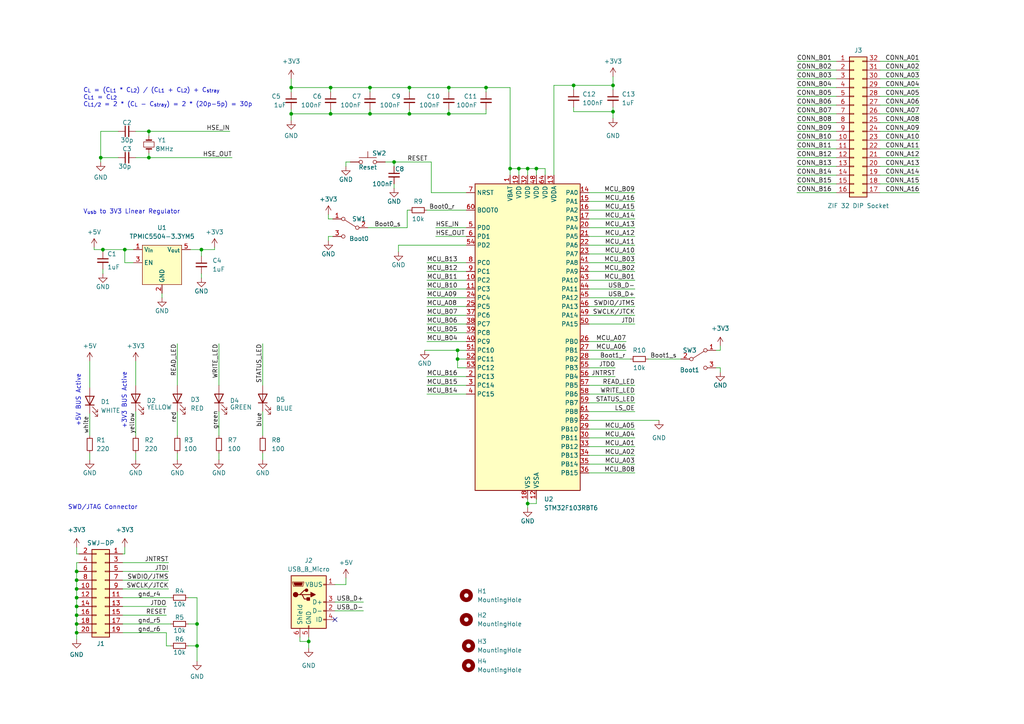
<source format=kicad_sch>
(kicad_sch (version 20230121) (generator eeschema)
  (paper "A4")
  (junction (at 342.9 20.32))
  (junction (at 22.225 168.275))
  (junction (at 132.715 101.6))
  (junction (at 153.035 146.05))
  (junction (at 118.745 25.4))
  (junction (at 147.955 48.895))
  (junction (at 22.225 178.435))
  (junction (at 107.315 33.02))
  (junction (at 43.18 45.72))
  (junction (at 95.885 33.02))
  (junction (at 89.535 186.055))
  (junction (at 440.69 22.225))
  (junction (at 132.715 104.14))
  (junction (at 446.405 90.17))
  (junction (at 342.9 89.535))
  (junction (at 445.77 22.225))
  (junction (at 22.225 175.895))
  (junction (at 118.745 33.02))
  (junction (at 57.15 187.325))
  (junction (at 177.8 32.385))
  (junction (at 114.3 46.99))
  (junction (at 441.325 90.17))
  (junction (at 107.315 25.4))
  (junction (at 22.225 183.515))
  (junction (at 29.21 45.72))
  (junction (at 58.42 72.39))
  (junction (at 36.195 72.39))
  (junction (at 130.175 25.4))
  (junction (at 57.15 180.975))
  (junction (at 155.575 48.895))
  (junction (at 337.82 89.535))
  (junction (at 140.97 25.4))
  (junction (at 150.495 48.895))
  (junction (at 43.18 38.1))
  (junction (at 166.37 24.765))
  (junction (at 22.225 170.815))
  (junction (at 22.225 173.355))
  (junction (at 177.8 24.765))
  (junction (at 84.455 33.02))
  (junction (at 95.885 25.4))
  (junction (at 22.225 165.735))
  (junction (at 153.035 48.895))
  (junction (at 337.82 20.32))
  (junction (at 29.845 72.39))
  (junction (at 84.455 25.4))
  (junction (at 22.225 180.975))
  (junction (at 130.175 33.02))
  (no_connect (at 97.155 179.705))
  (wire (pts (xy 231.14 53.34) (xy 242.57 53.34)))
  (wire (pts (xy 22.225 180.975) (xy 22.86 180.975)))
  (wire (pts (xy 22.225 180.975) (xy 22.225 178.435)))
  (wire (pts (xy 453.39 22.86) (xy 453.39 22.225)))
  (wire (pts (xy 266.7 38.1) (xy 255.27 38.1)))
  (wire (pts (xy 464.185 45.085) (xy 453.39 45.085)))
  (wire (pts (xy 84.455 33.02) (xy 95.885 33.02)))
  (wire (pts (xy 140.97 33.02) (xy 130.175 33.02)))
  (wire (pts (xy 177.8 32.385) (xy 177.8 34.29)))
  (wire (pts (xy 153.035 144.78) (xy 153.035 146.05)))
  (wire (pts (xy 22.225 183.515) (xy 22.86 183.515)))
  (wire (pts (xy 35.56 160.655) (xy 36.195 160.655)))
  (wire (pts (xy 35.56 175.895) (xy 48.26 175.895)))
  (wire (pts (xy 320.675 38.1) (xy 330.2 38.1)))
  (wire (pts (xy 22.225 173.355) (xy 22.86 173.355)))
  (wire (pts (xy 231.14 20.32) (xy 242.57 20.32)))
  (wire (pts (xy 266.7 22.86) (xy 255.27 22.86)))
  (wire (pts (xy 443.23 66.675) (xy 443.23 65.405)))
  (wire (pts (xy 35.56 178.435) (xy 48.26 178.435)))
  (wire (pts (xy 29.21 45.72) (xy 34.29 45.72)))
  (wire (pts (xy 118.745 33.02) (xy 130.175 33.02)))
  (wire (pts (xy 363.22 122.555) (xy 350.52 122.555)))
  (wire (pts (xy 340.36 64.77) (xy 340.36 63.5)))
  (wire (pts (xy 29.21 38.1) (xy 29.21 45.72)))
  (wire (pts (xy 364.49 48.26) (xy 350.52 48.26)))
  (wire (pts (xy 107.315 25.4) (xy 95.885 25.4)))
  (wire (pts (xy 123.825 91.44) (xy 135.255 91.44)))
  (wire (pts (xy 123.825 88.9) (xy 135.255 88.9)))
  (wire (pts (xy 22.225 175.895) (xy 22.225 173.355)))
  (wire (pts (xy 320.675 120.015) (xy 330.2 120.015)))
  (wire (pts (xy 63.5 133.35) (xy 63.5 131.445)))
  (wire (pts (xy 184.15 124.46) (xy 170.815 124.46)))
  (wire (pts (xy 423.545 37.465) (xy 433.07 37.465)))
  (wire (pts (xy 433.705 90.17) (xy 441.325 90.17)))
  (wire (pts (xy 135.255 101.6) (xy 132.715 101.6)))
  (wire (pts (xy 27.305 71.755) (xy 27.305 72.39)))
  (wire (pts (xy 453.39 22.225) (xy 445.77 22.225)))
  (wire (pts (xy 166.37 24.765) (xy 177.8 24.765)))
  (wire (pts (xy 48.26 187.325) (xy 48.26 183.515)))
  (wire (pts (xy 130.175 25.4) (xy 118.745 25.4)))
  (wire (pts (xy 26.035 120.015) (xy 26.035 126.365)))
  (wire (pts (xy 123.825 81.28) (xy 135.255 81.28)))
  (wire (pts (xy 340.36 133.985) (xy 340.36 132.715)))
  (wire (pts (xy 22.225 183.515) (xy 22.225 180.975)))
  (wire (pts (xy 123.825 83.82) (xy 135.255 83.82)))
  (wire (pts (xy 29.21 46.99) (xy 29.21 45.72)))
  (wire (pts (xy 465.455 123.19) (xy 454.025 123.19)))
  (wire (pts (xy 177.8 22.225) (xy 177.8 24.765)))
  (wire (pts (xy 424.18 118.11) (xy 433.705 118.11)))
  (wire (pts (xy 43.18 38.1) (xy 39.37 38.1)))
  (wire (pts (xy 57.15 173.355) (xy 57.15 180.975)))
  (wire (pts (xy 84.455 25.4) (xy 84.455 26.67)))
  (wire (pts (xy 363.22 107.315) (xy 350.52 107.315)))
  (wire (pts (xy 111.76 46.99) (xy 114.3 46.99)))
  (wire (pts (xy 364.49 53.34) (xy 350.52 53.34)))
  (wire (pts (xy 153.035 50.8) (xy 153.035 48.895)))
  (wire (pts (xy 422.91 45.085) (xy 433.07 45.085)))
  (wire (pts (xy 266.7 20.32) (xy 255.27 20.32)))
  (wire (pts (xy 125.095 55.88) (xy 135.255 55.88)))
  (wire (pts (xy 170.815 114.3) (xy 184.15 114.3)))
  (wire (pts (xy 123.825 109.22) (xy 135.255 109.22)))
  (wire (pts (xy 191.135 121.92) (xy 170.815 121.92)))
  (wire (pts (xy 22.225 165.735) (xy 22.225 163.195)))
  (wire (pts (xy 153.035 146.05) (xy 153.035 147.32)))
  (wire (pts (xy 330.2 90.17) (xy 330.2 89.535)))
  (wire (pts (xy 464.185 52.705) (xy 453.39 52.705)))
  (wire (pts (xy 207.645 101.6) (xy 208.915 101.6)))
  (wire (pts (xy 155.575 146.05) (xy 153.035 146.05)))
  (wire (pts (xy 184.15 68.58) (xy 170.815 68.58)))
  (wire (pts (xy 184.15 71.12) (xy 170.815 71.12)))
  (wire (pts (xy 22.225 160.655) (xy 22.225 158.75)))
  (wire (pts (xy 424.18 125.73) (xy 433.705 125.73)))
  (wire (pts (xy 106.68 66.04) (xy 118.11 66.04)))
  (wire (pts (xy 123.825 93.98) (xy 135.255 93.98)))
  (wire (pts (xy 118.745 60.96) (xy 118.11 60.96)))
  (wire (pts (xy 58.42 72.39) (xy 58.42 74.295)))
  (wire (pts (xy 55.245 72.39) (xy 58.42 72.39)))
  (wire (pts (xy 424.18 123.19) (xy 433.705 123.19)))
  (wire (pts (xy 96.52 63.5) (xy 95.25 63.5)))
  (wire (pts (xy 231.14 48.26) (xy 242.57 48.26)))
  (wire (pts (xy 231.14 17.78) (xy 242.57 17.78)))
  (wire (pts (xy 35.56 170.815) (xy 48.895 170.815)))
  (wire (pts (xy 84.455 22.86) (xy 84.455 25.4)))
  (wire (pts (xy 266.7 40.64) (xy 255.27 40.64)))
  (wire (pts (xy 26.035 133.35) (xy 26.035 131.445)))
  (wire (pts (xy 100.33 46.99) (xy 100.33 48.26)))
  (wire (pts (xy 170.815 111.76) (xy 184.15 111.76)))
  (wire (pts (xy 465.455 115.57) (xy 454.025 115.57)))
  (wire (pts (xy 422.91 55.245) (xy 433.07 55.245)))
  (wire (pts (xy 76.2 119.38) (xy 76.2 126.365)))
  (wire (pts (xy 266.7 53.34) (xy 255.27 53.34)))
  (wire (pts (xy 160.655 24.765) (xy 166.37 24.765)))
  (wire (pts (xy 266.7 27.94) (xy 255.27 27.94)))
  (wire (pts (xy 43.18 45.72) (xy 67.31 45.72)))
  (wire (pts (xy 123.825 86.36) (xy 135.255 86.36)))
  (wire (pts (xy 207.645 106.68) (xy 208.915 106.68)))
  (wire (pts (xy 320.675 117.475) (xy 330.2 117.475)))
  (wire (pts (xy 135.255 106.68) (xy 132.715 106.68)))
  (wire (pts (xy 184.15 91.44) (xy 170.815 91.44)))
  (wire (pts (xy 97.155 174.625) (xy 105.41 174.625)))
  (wire (pts (xy 424.18 113.03) (xy 433.705 113.03)))
  (wire (pts (xy 454.025 90.805) (xy 454.025 90.17)))
  (wire (pts (xy 465.455 107.95) (xy 454.025 107.95)))
  (wire (pts (xy 170.815 86.36) (xy 184.15 86.36)))
  (wire (pts (xy 118.745 25.4) (xy 107.315 25.4)))
  (wire (pts (xy 63.5 119.38) (xy 63.5 126.365)))
  (wire (pts (xy 101.6 46.99) (xy 100.33 46.99)))
  (wire (pts (xy 363.22 114.935) (xy 350.52 114.935)))
  (wire (pts (xy 364.49 45.72) (xy 350.52 45.72)))
  (wire (pts (xy 184.15 55.88) (xy 170.815 55.88)))
  (wire (pts (xy 166.37 31.115) (xy 166.37 32.385)))
  (wire (pts (xy 422.91 42.545) (xy 433.07 42.545)))
  (wire (pts (xy 363.22 120.015) (xy 350.52 120.015)))
  (wire (pts (xy 130.175 33.02) (xy 130.175 31.75)))
  (wire (pts (xy 76.2 133.35) (xy 76.2 131.445)))
  (wire (pts (xy 330.2 20.32) (xy 337.82 20.32)))
  (wire (pts (xy 95.885 25.4) (xy 95.885 26.67)))
  (wire (pts (xy 38.735 72.39) (xy 36.195 72.39)))
  (wire (pts (xy 166.37 32.385) (xy 177.8 32.385)))
  (wire (pts (xy 123.825 60.96) (xy 135.255 60.96)))
  (wire (pts (xy 62.23 72.39) (xy 58.42 72.39)))
  (wire (pts (xy 184.15 137.16) (xy 170.815 137.16)))
  (wire (pts (xy 123.19 101.6) (xy 132.715 101.6)))
  (wire (pts (xy 422.91 50.165) (xy 433.07 50.165)))
  (wire (pts (xy 231.14 27.94) (xy 242.57 27.94)))
  (wire (pts (xy 464.185 57.785) (xy 453.39 57.785)))
  (wire (pts (xy 170.815 83.82) (xy 184.15 83.82)))
  (wire (pts (xy 97.155 177.165) (xy 105.41 177.165)))
  (wire (pts (xy 231.14 40.64) (xy 242.57 40.64)))
  (wire (pts (xy 184.15 76.2) (xy 170.815 76.2)))
  (wire (pts (xy 231.14 30.48) (xy 242.57 30.48)))
  (wire (pts (xy 231.14 55.88) (xy 242.57 55.88)))
  (wire (pts (xy 320.675 104.775) (xy 330.2 104.775)))
  (wire (pts (xy 51.435 119.38) (xy 51.435 126.365)))
  (wire (pts (xy 363.22 109.855) (xy 350.52 109.855)))
  (wire (pts (xy 114.3 54.61) (xy 114.3 53.34)))
  (wire (pts (xy 181.61 101.6) (xy 170.815 101.6)))
  (wire (pts (xy 54.61 173.355) (xy 57.15 173.355)))
  (wire (pts (xy 464.185 47.625) (xy 453.39 47.625)))
  (wire (pts (xy 181.61 99.06) (xy 170.815 99.06)))
  (wire (pts (xy 184.15 129.54) (xy 170.815 129.54)))
  (wire (pts (xy 96.52 68.58) (xy 95.25 68.58)))
  (wire (pts (xy 320.675 125.095) (xy 330.2 125.095)))
  (wire (pts (xy 86.995 184.785) (xy 86.995 186.055)))
  (wire (pts (xy 337.82 19.685) (xy 337.82 20.32)))
  (wire (pts (xy 22.225 170.815) (xy 22.86 170.815)))
  (wire (pts (xy 49.53 180.975) (xy 35.56 180.975)))
  (wire (pts (xy 95.885 31.75) (xy 95.885 33.02)))
  (wire (pts (xy 125.095 46.99) (xy 125.095 55.88)))
  (wire (pts (xy 320.675 43.18) (xy 330.2 43.18)))
  (wire (pts (xy 320.675 107.315) (xy 330.2 107.315)))
  (wire (pts (xy 123.825 114.3) (xy 135.255 114.3)))
  (wire (pts (xy 350.52 89.535) (xy 342.9 89.535)))
  (wire (pts (xy 266.7 45.72) (xy 255.27 45.72)))
  (wire (pts (xy 320.675 40.64) (xy 330.2 40.64)))
  (wire (pts (xy 147.955 48.895) (xy 147.955 50.8)))
  (wire (pts (xy 130.175 26.67) (xy 130.175 25.4)))
  (wire (pts (xy 433.705 90.805) (xy 433.705 90.17)))
  (wire (pts (xy 464.185 40.005) (xy 453.39 40.005)))
  (wire (pts (xy 445.77 20.955) (xy 445.77 22.225)))
  (wire (pts (xy 364.49 38.1) (xy 350.52 38.1)))
  (wire (pts (xy 231.14 38.1) (xy 242.57 38.1)))
  (wire (pts (xy 170.815 116.84) (xy 184.15 116.84)))
  (wire (pts (xy 342.9 20.32) (xy 342.9 27.94)))
  (wire (pts (xy 22.225 178.435) (xy 22.86 178.435)))
  (wire (pts (xy 363.22 117.475) (xy 350.52 117.475)))
  (wire (pts (xy 422.91 52.705) (xy 433.07 52.705)))
  (wire (pts (xy 424.18 110.49) (xy 433.705 110.49)))
  (wire (pts (xy 123.825 111.76) (xy 135.255 111.76)))
  (wire (pts (xy 39.37 45.72) (xy 43.18 45.72)))
  (wire (pts (xy 184.15 58.42) (xy 170.815 58.42)))
  (wire (pts (xy 95.885 25.4) (xy 84.455 25.4)))
  (wire (pts (xy 54.61 187.325) (xy 57.15 187.325)))
  (wire (pts (xy 170.815 104.14) (xy 182.88 104.14)))
  (wire (pts (xy 441.325 90.17) (xy 441.325 97.79)))
  (wire (pts (xy 155.575 48.895) (xy 153.035 48.895)))
  (wire (pts (xy 51.435 99.695) (xy 51.435 111.76)))
  (wire (pts (xy 350.52 20.955) (xy 350.52 20.32)))
  (wire (pts (xy 266.7 33.02) (xy 255.27 33.02)))
  (wire (pts (xy 36.195 76.2) (xy 36.195 72.39)))
  (wire (pts (xy 178.435 106.68) (xy 170.815 106.68)))
  (wire (pts (xy 446.405 90.17) (xy 446.405 97.79)))
  (wire (pts (xy 63.5 99.695) (xy 63.5 111.76)))
  (wire (pts (xy 89.535 184.785) (xy 89.535 186.055)))
  (wire (pts (xy 424.18 120.65) (xy 433.705 120.65)))
  (wire (pts (xy 443.865 134.62) (xy 443.865 133.35)))
  (wire (pts (xy 39.37 133.35) (xy 39.37 131.445)))
  (wire (pts (xy 454.025 90.17) (xy 446.405 90.17)))
  (wire (pts (xy 330.2 20.955) (xy 330.2 20.32)))
  (wire (pts (xy 140.97 31.75) (xy 140.97 33.02)))
  (wire (pts (xy 320.675 114.935) (xy 330.2 114.935)))
  (wire (pts (xy 320.675 35.56) (xy 330.2 35.56)))
  (wire (pts (xy 95.25 68.58) (xy 95.25 69.85)))
  (wire (pts (xy 57.15 180.975) (xy 57.15 187.325)))
  (wire (pts (xy 342.9 88.265) (xy 342.9 89.535)))
  (wire (pts (xy 49.53 187.325) (xy 48.26 187.325)))
  (wire (pts (xy 178.435 109.22) (xy 170.815 109.22)))
  (wire (pts (xy 46.99 85.09) (xy 46.99 86.36)))
  (wire (pts (xy 465.455 113.03) (xy 454.025 113.03)))
  (wire (pts (xy 49.53 173.355) (xy 35.56 173.355)))
  (wire (pts (xy 266.7 35.56) (xy 255.27 35.56)))
  (wire (pts (xy 266.7 25.4) (xy 255.27 25.4)))
  (wire (pts (xy 43.18 38.1) (xy 66.675 38.1)))
  (wire (pts (xy 38.735 76.2) (xy 36.195 76.2)))
  (wire (pts (xy 266.7 55.88) (xy 255.27 55.88)))
  (wire (pts (xy 57.15 187.325) (xy 57.15 191.77)))
  (wire (pts (xy 184.15 134.62) (xy 170.815 134.62)))
  (wire (pts (xy 422.91 47.625) (xy 433.07 47.625)))
  (wire (pts (xy 39.37 119.38) (xy 39.37 126.365)))
  (wire (pts (xy 266.7 17.78) (xy 255.27 17.78)))
  (wire (pts (xy 123.825 96.52) (xy 135.255 96.52)))
  (wire (pts (xy 22.225 173.355) (xy 22.225 170.815)))
  (wire (pts (xy 424.18 107.95) (xy 433.705 107.95)))
  (wire (pts (xy 22.225 175.895) (xy 22.86 175.895)))
  (wire (pts (xy 86.995 186.055) (xy 89.535 186.055)))
  (wire (pts (xy 126.365 68.58) (xy 135.255 68.58)))
  (wire (pts (xy 364.49 50.8) (xy 350.52 50.8)))
  (wire (pts (xy 184.15 66.04) (xy 170.815 66.04)))
  (wire (pts (xy 54.61 180.975) (xy 57.15 180.975)))
  (wire (pts (xy 158.115 50.8) (xy 158.115 48.895)))
  (wire (pts (xy 118.745 25.4) (xy 118.745 26.67)))
  (wire (pts (xy 22.225 178.435) (xy 22.225 175.895)))
  (wire (pts (xy 422.91 40.005) (xy 433.07 40.005)))
  (wire (pts (xy 95.885 33.02) (xy 107.315 33.02)))
  (wire (pts (xy 231.14 35.56) (xy 242.57 35.56)))
  (wire (pts (xy 166.37 26.035) (xy 166.37 24.765)))
  (wire (pts (xy 446.405 88.9) (xy 446.405 90.17)))
  (wire (pts (xy 364.49 43.18) (xy 350.52 43.18)))
  (wire (pts (xy 184.15 93.98) (xy 170.815 93.98)))
  (wire (pts (xy 140.97 26.67) (xy 140.97 25.4)))
  (wire (pts (xy 123.825 78.74) (xy 135.255 78.74)))
  (wire (pts (xy 132.715 104.14) (xy 135.255 104.14)))
  (wire (pts (xy 97.155 169.545) (xy 100.33 169.545)))
  (wire (pts (xy 95.25 63.5) (xy 95.25 62.23)))
  (wire (pts (xy 115.57 71.12) (xy 135.255 71.12)))
  (wire (pts (xy 320.675 48.26) (xy 330.2 48.26)))
  (wire (pts (xy 445.77 22.225) (xy 445.77 29.845)))
  (wire (pts (xy 337.82 89.535) (xy 337.82 97.155)))
  (wire (pts (xy 34.29 38.1) (xy 29.21 38.1)))
  (wire (pts (xy 184.15 132.08) (xy 170.815 132.08)))
  (wire (pts (xy 22.86 160.655) (xy 22.225 160.655)))
  (wire (pts (xy 107.315 31.75) (xy 107.315 33.02)))
  (wire (pts (xy 231.14 22.86) (xy 242.57 22.86)))
  (wire (pts (xy 337.82 20.32) (xy 337.82 27.94)))
  (wire (pts (xy 27.305 72.39) (xy 29.845 72.39)))
  (wire (pts (xy 26.035 104.775) (xy 26.035 112.395)))
  (wire (pts (xy 465.455 120.65) (xy 454.025 120.65)))
  (wire (pts (xy 177.8 24.765) (xy 177.8 26.035)))
  (wire (pts (xy 433.07 22.225) (xy 440.69 22.225)))
  (wire (pts (xy 100.33 169.545) (xy 100.33 167.64)))
  (wire (pts (xy 22.225 170.815) (xy 22.225 168.275)))
  (wire (pts (xy 208.915 101.6) (xy 208.915 100.33)))
  (wire (pts (xy 140.97 25.4) (xy 130.175 25.4)))
  (wire (pts (xy 107.315 33.02) (xy 118.745 33.02)))
  (wire (pts (xy 123.825 76.2) (xy 135.255 76.2)))
  (wire (pts (xy 22.225 168.275) (xy 22.86 168.275)))
  (wire (pts (xy 465.455 118.11) (xy 454.025 118.11)))
  (wire (pts (xy 48.26 183.515) (xy 35.56 183.515)))
  (wire (pts (xy 118.11 60.96) (xy 118.11 66.04)))
  (wire (pts (xy 364.49 55.88) (xy 350.52 55.88)))
  (wire (pts (xy 342.9 89.535) (xy 342.9 97.155)))
  (wire (pts (xy 184.15 127) (xy 170.815 127)))
  (wire (pts (xy 170.815 119.38) (xy 184.15 119.38)))
  (wire (pts (xy 58.42 79.375) (xy 58.42 80.645)))
  (wire (pts (xy 320.675 45.72) (xy 330.2 45.72)))
  (wire (pts (xy 155.575 50.8) (xy 155.575 48.895)))
  (wire (pts (xy 231.14 25.4) (xy 242.57 25.4)))
  (wire (pts (xy 36.195 160.655) (xy 36.195 158.75)))
  (wire (pts (xy 51.435 133.35) (xy 51.435 131.445)))
  (wire (pts (xy 266.7 43.18) (xy 255.27 43.18)))
  (wire (pts (xy 123.825 99.06) (xy 135.255 99.06)))
  (wire (pts (xy 330.2 89.535) (xy 337.82 89.535)))
  (wire (pts (xy 22.225 185.42) (xy 22.225 183.515)))
  (wire (pts (xy 320.675 109.855) (xy 330.2 109.855)))
  (wire (pts (xy 464.185 50.165) (xy 453.39 50.165)))
  (wire (pts (xy 114.3 46.99) (xy 114.3 48.26)))
  (wire (pts (xy 424.18 115.57) (xy 433.705 115.57)))
  (wire (pts (xy 266.7 48.26) (xy 255.27 48.26)))
  (wire (pts (xy 231.14 50.8) (xy 242.57 50.8)))
  (wire (pts (xy 320.675 53.34) (xy 330.2 53.34)))
  (wire (pts (xy 43.18 45.72) (xy 43.18 44.45)))
  (wire (pts (xy 441.325 89.535) (xy 441.325 90.17)))
  (wire (pts (xy 231.14 45.72) (xy 242.57 45.72)))
  (wire (pts (xy 464.185 55.245) (xy 453.39 55.245)))
  (wire (pts (xy 22.225 168.275) (xy 22.225 165.735)))
  (wire (pts (xy 364.49 40.64) (xy 350.52 40.64)))
  (wire (pts (xy 177.8 32.385) (xy 177.8 31.115)))
  (wire (pts (xy 433.07 22.86) (xy 433.07 22.225)))
  (wire (pts (xy 363.22 112.395) (xy 350.52 112.395)))
  (wire (pts (xy 39.37 104.775) (xy 39.37 111.76)))
  (wire (pts (xy 231.14 33.02) (xy 242.57 33.02)))
  (wire (pts (xy 184.15 63.5) (xy 170.815 63.5)))
  (wire (pts (xy 320.675 112.395) (xy 330.2 112.395)))
  (wire (pts (xy 184.15 81.28) (xy 170.815 81.28)))
  (wire (pts (xy 465.455 125.73) (xy 454.025 125.73)))
  (wire (pts (xy 422.91 57.785) (xy 433.07 57.785)))
  (wire (pts (xy 150.495 50.8) (xy 150.495 48.895)))
  (wire (pts (xy 320.675 55.88) (xy 330.2 55.88)))
  (wire (pts (xy 35.56 163.195) (xy 48.895 163.195)))
  (wire (pts (xy 266.7 50.8) (xy 255.27 50.8)))
  (wire (pts (xy 464.185 42.545) (xy 453.39 42.545)))
  (wire (pts (xy 155.575 144.78) (xy 155.575 146.05)))
  (wire (pts (xy 440.69 21.59) (xy 440.69 22.225)))
  (wire (pts (xy 158.115 48.895) (xy 155.575 48.895)))
  (wire (pts (xy 187.96 104.14) (xy 197.485 104.14)))
  (wire (pts (xy 160.655 50.8) (xy 160.655 24.765)))
  (wire (pts (xy 89.535 186.055) (xy 89.535 187.96)))
  (wire (pts (xy 184.15 88.9) (xy 170.815 88.9)))
  (wire (pts (xy 35.56 168.275) (xy 48.895 168.275)))
  (wire (pts (xy 350.52 20.32) (xy 342.9 20.32)))
  (wire (pts (xy 184.15 73.66) (xy 170.815 73.66)))
  (wire (pts (xy 424.18 105.41) (xy 433.705 105.41)))
  (wire (pts (xy 107.315 25.4) (xy 107.315 26.67)))
  (wire (pts (xy 22.225 163.195) (xy 22.86 163.195)))
  (wire (pts (xy 126.365 66.04) (xy 135.255 66.04)))
  (wire (pts (xy 231.14 43.18) (xy 242.57 43.18)))
  (wire (pts (xy 465.455 110.49) (xy 454.025 110.49)))
  (wire (pts (xy 22.225 165.735) (xy 22.86 165.735)))
  (wire (pts (xy 76.2 99.695) (xy 76.2 111.76)))
  (wire (pts (xy 208.915 106.68) (xy 208.915 107.95)))
  (wire (pts (xy 320.675 122.555) (xy 330.2 122.555)))
  (wire (pts (xy 36.195 72.39) (xy 29.845 72.39)))
  (wire (pts (xy 29.845 72.39) (xy 29.845 73.025)))
  (wire (pts (xy 440.69 22.225) (xy 440.69 29.845)))
  (wire (pts (xy 118.745 31.75) (xy 118.745 33.02)))
  (wire (pts (xy 115.57 73.025) (xy 115.57 71.12)))
  (wire (pts (xy 150.495 48.895) (xy 147.955 48.895)))
  (wire (pts (xy 147.955 25.4) (xy 140.97 25.4)))
  (wire (pts (xy 337.82 88.9) (xy 337.82 89.535)))
  (wire (pts (xy 132.715 101.6) (xy 132.715 104.14)))
  (wire (pts (xy 132.715 104.14) (xy 132.715 106.68)))
  (wire (pts (xy 84.455 33.02) (xy 84.455 34.925)))
  (wire (pts (xy 342.9 19.05) (xy 342.9 20.32)))
  (wire (pts (xy 147.955 48.895) (xy 147.955 25.4)))
  (wire (pts (xy 350.52 90.17) (xy 350.52 89.535)))
  (wire (pts (xy 43.18 39.37) (xy 43.18 38.1)))
  (wire (pts (xy 153.035 48.895) (xy 150.495 48.895)))
  (wire (pts (xy 84.455 31.75) (xy 84.455 33.02)))
  (wire (pts (xy 184.15 60.96) (xy 170.815 60.96)))
  (wire (pts (xy 363.22 125.095) (xy 350.52 125.095)))
  (wire (pts (xy 62.23 71.755) (xy 62.23 72.39)))
  (wire (pts (xy 184.15 78.74) (xy 170.815 78.74)))
  (wire (pts (xy 320.675 50.8) (xy 330.2 50.8)))
  (wire (pts (xy 29.845 78.105) (xy 29.845 79.375)))
  (wire (pts (xy 35.56 165.735) (xy 48.895 165.735)))
  (wire (pts (xy 266.7 30.48) (xy 255.27 30.48)))
  (wire (pts (xy 114.3 46.99) (xy 125.095 46.99)))
  (text "V_{usb} to 3V3 Linear Regulator" (at 24.13 62.23 0) (effects (font (size 1.27 1.27)) (justify left bottom)))
  (text "+5V BUS Active" (at 23.495 123.825 90) (effects (font (size 1.27 1.27)) (justify left bottom)))
  (text "C_{L} = (C_{L1} * C_{L2}) / (C_{L1} + C_{L2}) + C_{stray}\nC_{L1} = C_{L2}\nC_{L1/2} = 2 * (C_{L} - C_{stray}) = 2 * (20p-5p) = 30p" (at 24.13 31.115 0) (effects (font (size 1.27 1.27)) (justify left bottom)))
  (text "+3V3 BUS Active" (at 36.83 124.46 90) (effects (font (size 1.27 1.27)) (justify left bottom)))
  (text "SWD/JTAG Connector" (at 19.685 147.955 0) (effects (font (size 1.27 1.27)) (justify left bottom)))
  (label "MCU_B09" (at 184.15 55.88 180))
  (label "CONN_A13" (at 266.7 48.26 180))
  (label "CONN_B06" (at 231.14 30.48 0))
  (label "CONN_B08" (at 231.14 35.56 0))
  (label "MCU_B14" (at 123.825 114.3 0))
  (label "CONN_B04" (at 231.14 25.4 0))
  (label "yellow" (at 39.37 125.73 90))
  (label "CONN_B04" (at 364.49 45.72 180))
  (label "MCU_A07" (at 320.675 53.34 0))
  (label "USB_D+" (at 105.41 174.625 180))
  (label "MCU_B16" (at 123.825 109.22 0))
  (label "STATUS_LED" (at 184.15 116.84 180))
  (label "RESET" (at 118.11 46.99 0))
  (label "MCU_B03" (at 184.15 76.2 180))
  (label "MCU_B02" (at 422.91 42.545 0))
  (label "MCU_B03" (at 422.91 45.085 0))
  (label "CONN_A02" (at 464.185 42.545 180))
  (label "MCU_B11" (at 424.18 113.03 0))
  (label "MCU_A16" (at 320.675 125.095 0))
  (label "MCU_A03" (at 320.675 43.18 0))
  (label "CONN_B02" (at 231.14 20.32 0))
  (label "CONN_A04" (at 464.185 47.625 180))
  (label "MCU_B10" (at 424.18 110.49 0))
  (label "CONN_A15" (at 266.7 53.34 180))
  (label "MCU_B09" (at 424.18 107.95 0))
  (label "MCU_A02" (at 320.675 40.64 0))
  (label "MCU_A16" (at 184.15 58.42 180))
  (label "MCU_A11" (at 184.15 71.12 180))
  (label "CONN_B01" (at 364.49 38.1 180))
  (label "MCU_B14" (at 424.18 120.65 0))
  (label "CONN_A07" (at 464.185 55.245 180))
  (label "CONN_A14" (at 266.7 50.8 180))
  (label "CONN_A08" (at 266.7 35.56 180))
  (label "red" (at 51.435 122.555 90))
  (label "READ_LED" (at 184.15 111.76 180))
  (label "SWDIO{slash}JTMS" (at 184.15 88.9 180))
  (label "USB_D+" (at 184.15 86.36 180))
  (label "CONN_A05" (at 266.7 27.94 180))
  (label "MCU_A04" (at 320.675 45.72 0))
  (label "MCU_A04" (at 184.15 127 180))
  (label "SWCLK{slash}JTCK" (at 48.895 170.815 180))
  (label "MCU_B12" (at 123.825 78.74 0))
  (label "CONN_B07" (at 231.14 33.02 0))
  (label "MCU_A12" (at 184.15 68.58 180))
  (label "CONN_B05" (at 364.49 48.26 180))
  (label "MCU_A05" (at 184.15 124.46 180))
  (label "Boot1_s" (at 188.595 104.14 0))
  (label "MCU_A15" (at 320.675 122.555 0))
  (label "MCU_B16" (at 424.18 125.73 0))
  (label "CONN_B16" (at 231.14 55.88 0))
  (label "CONN_B13" (at 363.22 117.475 180))
  (label "CONN_A09" (at 465.455 107.95 180))
  (label "CONN_A02" (at 266.7 20.32 180))
  (label "MCU_B07" (at 123.825 91.44 0))
  (label "MCU_A12" (at 320.675 114.935 0))
  (label "READ_LED" (at 51.435 99.695 270))
  (label "MCU_B15" (at 424.18 123.19 0))
  (label "blue" (at 76.2 123.825 90))
  (label "MCU_A13" (at 184.15 66.04 180))
  (label "CONN_B05" (at 231.14 27.94 0))
  (label "CONN_A12" (at 465.455 115.57 180))
  (label "CONN_B14" (at 231.14 50.8 0))
  (label "MCU_A06" (at 320.675 50.8 0))
  (label "MCU_A01" (at 320.675 38.1 0))
  (label "CONN_A06" (at 266.7 30.48 180))
  (label "CONN_A16" (at 465.455 125.73 180))
  (label "MCU_B01" (at 184.15 81.28 180))
  (label "CONN_B03" (at 364.49 43.18 180))
  (label "MCU_A03" (at 184.15 134.62 180))
  (label "MCU_B07" (at 422.91 55.245 0))
  (label "HSE_IN" (at 126.365 66.04 0))
  (label "CONN_B08" (at 364.49 55.88 180))
  (label "MCU_A09" (at 123.825 86.36 0))
  (label "CONN_A03" (at 266.7 22.86 180))
  (label "HSE_IN" (at 66.675 38.1 180))
  (label "CONN_A16" (at 266.7 55.88 180))
  (label "RESET" (at 48.26 178.435 180))
  (label "MCU_B06" (at 123.825 93.98 0))
  (label "CONN_B11" (at 231.14 43.18 0))
  (label "CONN_A01" (at 464.185 40.005 180))
  (label "CONN_B15" (at 231.14 53.34 0))
  (label "CONN_B02" (at 364.49 40.64 180))
  (label "CONN_B14" (at 363.22 120.015 180))
  (label "CONN_A10" (at 465.455 110.49 180))
  (label "CONN_B01" (at 231.14 17.78 0))
  (label "HSE_OUT" (at 126.365 68.58 0))
  (label "Boot1_r" (at 173.99 104.14 0))
  (label "CONN_B11" (at 363.22 112.395 180))
  (label "MCU_A08" (at 320.675 55.88 0))
  (label "JTDI" (at 48.895 165.735 180))
  (label "CONN_A12" (at 266.7 45.72 180))
  (label "CONN_A04" (at 266.7 25.4 180))
  (label "LS_OE" (at 320.675 35.56 0))
  (label "MCU_B08" (at 422.91 57.785 0))
  (label "MCU_B13" (at 123.825 76.2 0))
  (label "WRITE_LED" (at 184.15 114.3 180))
  (label "JTDO" (at 48.26 175.895 180))
  (label "USB_D-" (at 105.41 177.165 180))
  (label "MCU_B15" (at 123.825 111.76 0))
  (label "WRITE_LED" (at 63.5 99.695 270))
  (label "MCU_A06" (at 181.61 101.6 180))
  (label "MCU_B08" (at 184.15 137.16 180))
  (label "gnd_r5" (at 40.005 180.975 0))
  (label "CONN_B10" (at 363.22 109.855 180))
  (label "CONN_A13" (at 465.455 118.11 180))
  (label "JTDI" (at 184.15 93.98 180))
  (label "MCU_B13" (at 424.18 118.11 0))
  (label "CONN_A03" (at 464.185 45.085 180))
  (label "MCU_B02" (at 184.15 78.74 180))
  (label "Boot0_s" (at 108.585 66.04 0))
  (label "CONN_B12" (at 363.22 114.935 180))
  (label "MCU_A02" (at 184.15 132.08 180))
  (label "MCU_B10" (at 123.825 83.82 0))
  (label "LS_OE" (at 184.15 119.38 180))
  (label "CONN_B16" (at 363.22 125.095 180))
  (label "CONN_A11" (at 465.455 113.03 180))
  (label "CONN_A14" (at 465.455 120.65 180))
  (label "MCU_A05" (at 320.675 48.26 0))
  (label "CONN_A15" (at 465.455 123.19 180))
  (label "CONN_A05" (at 464.185 50.165 180))
  (label "MCU_A14" (at 320.675 120.015 0))
  (label "STATUS_LED" (at 76.2 99.695 270))
  (label "MCU_B11" (at 123.825 81.28 0))
  (label "JNTRST" (at 178.435 109.22 180))
  (label "CONN_B09" (at 231.14 38.1 0))
  (label "CONN_B10" (at 231.14 40.64 0))
  (label "MCU_B01" (at 422.91 40.005 0))
  (label "MCU_A09" (at 320.675 107.315 0))
  (label "MCU_B12" (at 424.18 115.57 0))
  (label "gnd_r4" (at 40.005 173.355 0))
  (label "CONN_A10" (at 266.7 40.64 180))
  (label "CONN_B07" (at 364.49 53.34 180))
  (label "MCU_A13" (at 320.675 117.475 0))
  (label "JTDO" (at 178.435 106.68 180))
  (label "MCU_A15" (at 184.15 60.96 180))
  (label "SWCLK{slash}JTCK" (at 184.15 91.44 180))
  (label "CONN_A08" (at 464.185 57.785 180))
  (label "CONN_A06" (at 464.185 52.705 180))
  (label "MCU_A11" (at 320.675 112.395 0))
  (label "MCU_B05" (at 123.825 96.52 0))
  (label "HSE_OUT" (at 67.31 45.72 180))
  (label "CONN_B06" (at 364.49 50.8 180))
  (label "LS_OE" (at 423.545 37.465 0))
  (label "LS_OE" (at 424.18 105.41 0))
  (label "CONN_B12" (at 231.14 45.72 0))
  (label "JNTRST" (at 48.895 163.195 180))
  (label "CONN_B09" (at 363.22 107.315 180))
  (label "MCU_A01" (at 184.15 129.54 180))
  (label "Boot0_r" (at 124.46 60.96 0))
  (label "CONN_A07" (at 266.7 33.02 180))
  (label "MCU_A10" (at 320.675 109.855 0))
  (label "CONN_B15" (at 363.22 122.555 180))
  (label "CONN_B03" (at 231.14 22.86 0))
  (label "CONN_B13" (at 231.14 48.26 0))
  (label "CONN_A01" (at 266.7 17.78 180))
  (label "gnd_r6" (at 40.005 183.515 0))
  (label "USB_D-" (at 184.15 83.82 180))
  (label "MCU_A14" (at 184.15 63.5 180))
  (label "MCU_B06" (at 422.91 52.705 0))
  (label "LS_OE" (at 320.675 104.775 0))
  (label "MCU_B04" (at 422.91 47.625 0))
  (label "green" (at 63.5 124.46 90))
  (label "MCU_B05" (at 422.91 50.165 0))
  (label "MCU_A07" (at 181.61 99.06 180))
  (label "CONN_A09" (at 266.7 38.1 180))
  (label "MCU_A08" (at 123.825 88.9 0))
  (label "MCU_A10" (at 184.15 73.66 180))
  (label "white" (at 26.035 125.73 90))
  (label "SWDIO{slash}JTMS" (at 48.895 168.275 180))
  (label "MCU_B04" (at 123.825 99.06 0))
  (label "CONN_A11" (at 266.7 43.18 180))
  (symbol (lib_id "power:GND") (at 51.435 133.35 0) (unit 1)
    (property "Reference" "#PWR012" (effects hide))
    (property "Value" "GND" (at 51.435 137.16 0))
  )
  (symbol (lib_id "power:GND") (at 433.705 95.885 0) (unit 1)
    (property "Reference" "#PWR045" (effects hide))
    (property "Value" "GND" (at 433.705 99.695 0))
  )
  (symbol (lib_id "power:GND") (at 26.035 133.35 0) (unit 1)
    (property "Reference" "#PWR04" (effects hide))
    (property "Value" "GND" (at 26.035 137.16 0))
  )
  (symbol (lib_id "Switch:SW_Push") (at 106.68 46.99 0) (unit 1)
    (property "Reference" "SW2" (at 107.95 44.45 0) (effects (justify left)))
    (property "Value" "Reset" (at 106.68 48.514 0))
    (property "Footprint" "LibraryAndres:SW_SMD_1.8x1.35_4.15" (effects hide))
    (property "LCSC" "C720477" (effects hide))
  )
  (symbol (lib_id "Device:LED") (at 63.5 115.57 90) (unit 1)
    (property "Reference" "D4" (at 66.675 116.205 90) (effects (justify right)))
    (property "Value" "GREEN" (at 66.675 118.11 90) (effects (justify right)))
    (property "Footprint" "LED_SMD:LED_0805_2012Metric" (effects hide))
    (property "LCSC" "C2297" (effects hide))
  )
  (symbol (lib_id "Connector_Generic:Conn_02x16_Counter_Clockwise") (at 247.65 35.56 0) (unit 1)
    (property "Reference" "J3" (at 248.92 14.605 0))
    (property "Value" "ZIF 32 DIP Socket" (at 248.92 59.69 0))
    (property "Footprint" "Socket:DIP_Socket-32_W11.9_W12.7_W15.24_W17.78_W18.5_3M_232-1285-00-0602J" (effects hide))
    (property "Datasheet" "https://www.arieselec.com/wp-content/uploads/2020/02/10001-universal-dip-zif-test-socket.pdf" (effects hide))
  )
  (symbol (lib_id "Mechanical:MountingHole") (at 135.255 172.72 0) (unit 1)
    (property "Reference" "H1" (at 138.43 171.45 0) (effects (justify left)))
    (property "Value" "MountingHole" (at 138.43 173.99 0) (effects (justify left)))
    (property "Footprint" "MountingHole:MountingHole_3.2mm_M3_Pad_Via" (effects hide))
  )
  (symbol (lib_id "Device:R_Small") (at 121.285 60.96 90) (unit 1)
    (property "Reference" "R9" (at 121.285 58.42 90))
    (property "Value" "10k" (at 121.285 63.5 90))
    (property "Footprint" "Resistor_SMD:R_0603_1608Metric" (effects hide))
    (property "LCSC" "C190610" (effects hide))
  )
  (symbol (lib_id "Device:LED") (at 39.37 115.57 90) (unit 1)
    (property "Reference" "D2" (at 42.545 116.205 90) (effects (justify right)))
    (property "Value" "YELLOW" (at 42.545 118.11 90) (effects (justify right)))
    (property "Footprint" "LED_SMD:LED_0805_2012Metric" (effects hide))
    (property "LCSC" "C434434" (effects hide))
  )
  (symbol (lib_id "power:GND") (at 123.19 101.6 0) (unit 1)
    (property "Reference" "#PWR027" (effects hide))
    (property "Value" "GND" (at 123.19 105.41 0))
  )
  (symbol (lib_id "Device:R_Small") (at 51.435 128.905 0) (unit 1)
    (property "Reference" "R3" (at 53.34 127.635 0) (effects (justify left)))
    (property "Value" "100" (at 53.34 130.175 0) (effects (justify left)))
    (property "Footprint" "Resistor_SMD:R_0402_1005Metric" (effects hide))
    (property "LCSC" "C106233" (effects hide))
  )
  (symbol (lib_id "Device:C_Small") (at 454.025 93.345 0) (unit 1)
    (property "Reference" "C21" (at 456.565 92.0813 0) (effects (justify left)))
    (property "Value" "100nF" (at 456.565 94.6213 0) (effects (justify left)))
    (property "Footprint" "Capacitor_SMD:C_0402_1005Metric" (effects hide))
    (property "LCSC" "C71629" (effects hide))
  )
  (symbol (lib_id "Mechanical:MountingHole") (at 135.89 193.04 0) (unit 1)
    (property "Reference" "H4" (at 138.43 191.77 0) (effects (justify left)))
    (property "Value" "MountingHole" (at 138.43 194.31 0) (effects (justify left)))
    (property "Footprint" "MountingHole:MountingHole_3.2mm_M3_Pad_Via" (effects hide))
  )
  (symbol (lib_id "power:GND") (at 114.3 54.61 0) (unit 1)
    (property "Reference" "#PWR025" (effects hide))
    (property "Value" "GND" (at 114.3 58.42 0))
  )
  (symbol (lib_id "power:GND") (at 350.52 95.25 0) (unit 1)
    (property "Reference" "#PWR043" (effects hide))
    (property "Value" "GND" (at 350.52 99.06 0))
  )
  (symbol (lib_id "power:GND") (at 29.21 46.99 0) (unit 1)
    (property "Reference" "#PWR06" (effects hide))
    (property "Value" "GND" (at 29.21 51.435 0))
  )
  (symbol (lib_id "Device:C_Small") (at 166.37 28.575 0) (unit 1)
    (property "Reference" "C12" (at 168.91 27.3113 0) (effects (justify left)))
    (property "Value" "100nF" (at 168.91 29.8513 0) (effects (justify left)))
    (property "Footprint" "Capacitor_SMD:C_0402_1005Metric" (effects hide))
    (property "LCSC" "C71629" (effects hide))
  )
  (symbol (lib_id "power:GND") (at 350.52 26.035 0) (unit 1)
    (property "Reference" "#PWR042" (effects hide))
    (property "Value" "GND" (at 350.52 29.845 0))
  )
  (symbol (lib_id "power:+3V3") (at 95.25 62.23 0) (unit 1)
    (property "Reference" "#PWR021" (effects hide))
    (property "Value" "+3V3" (at 95.25 57.785 0))
  )
  (symbol (lib_id "Device:R_Small") (at 39.37 128.905 0) (unit 1)
    (property "Reference" "R2" (at 41.91 127.635 0) (effects (justify left)))
    (property "Value" "220" (at 41.91 130.175 0) (effects (justify left)))
    (property "Footprint" "Resistor_SMD:R_0402_1005Metric" (effects hide))
    (property "LCSC" "C102898" (effects hide))
  )
  (symbol (lib_id "Connector_Generic:Conn_02x10_Odd_Even") (at 30.48 170.815 0) (mirror y) (unit 1)
    (property "Reference" "J1" (at 29.21 186.69 0))
    (property "Value" "SWJ-DP" (at 29.21 157.48 0))
    (property "Footprint" "Connector_PinHeader_2.54mm:PinHeader_2x10_P2.54mm_Vertical" (effects hide))
    (property "LCSC" "C3405" (effects hide))
  )
  (symbol (lib_id "Device:LED") (at 26.035 116.205 90) (unit 1)
    (property "Reference" "D1" (at 29.21 116.5225 90) (effects (justify right)))
    (property "Value" "WHITE" (at 29.21 119.0625 90) (effects (justify right)))
    (property "Footprint" "LED_SMD:LED_0805_2012Metric" (effects hide))
    (property "LCSC" "C34499" (effects hide))
  )
  (symbol (lib_id "power:+3V3") (at 441.325 89.535 0) (unit 1)
    (property "Reference" "#PWR047" (effects hide))
    (property "Value" "+3V3" (at 441.325 84.455 0))
  )
  (symbol (lib_id "Device:C_Small") (at 177.8 28.575 0) (unit 1)
    (property "Reference" "C13" (at 180.34 27.3113 0) (effects (justify left)))
    (property "Value" "1uF" (at 180.34 29.8513 0) (effects (justify left)))
    (property "Footprint" "Capacitor_SMD:C_0603_1608Metric" (effects hide))
    (property "LCSC" "C93816" (effects hide))
  )
  (symbol (lib_id "power:GND") (at 443.23 66.675 0) (unit 1)
    (property "Reference" "#PWR048" (effects hide))
    (property "Value" "GND" (at 443.23 70.485 0))
  )
  (symbol (lib_id "power:GND") (at 115.57 73.025 0) (unit 1)
    (property "Reference" "#PWR026" (effects hide))
    (property "Value" "GND" (at 115.57 76.835 0))
  )
  (symbol (lib_id "power:+3V3") (at 36.195 158.75 0) (unit 1)
    (property "Reference" "#PWR08" (effects hide))
    (property "Value" "+3V3" (at 36.195 153.67 0))
  )
  (symbol (lib_id "Device:C_Small") (at 84.455 29.21 0) (mirror y) (unit 1)
    (property "Reference" "C5" (at 78.74 27.94 0) (effects (justify right)))
    (property "Value" "1uF" (at 79.375 30.48 0) (effects (justify right)))
    (property "Footprint" "Capacitor_SMD:C_0603_1608Metric" (effects hide))
    (property "LCSC" "C93816" (effects hide))
  )
  (symbol (lib_id "Device:C_Small") (at 58.42 76.835 0) (unit 1)
    (property "Reference" "C4" (at 61.595 75.5713 0) (effects (justify left)))
    (property "Value" "1uF" (at 61.595 78.1113 0) (effects (justify left)))
    (property "Footprint" "Capacitor_SMD:C_0603_1608Metric" (effects hide))
    (property "LCSC" "C93816" (effects hide))
  )
  (symbol (lib_id "power:+3V3") (at 337.82 88.9 0) (unit 1)
    (property "Reference" "#PWR037" (effects hide))
    (property "Value" "+3V3" (at 337.82 83.82 0))
  )
  (symbol (lib_id "power:GND") (at 330.2 95.25 0) (unit 1)
    (property "Reference" "#PWR035" (effects hide))
    (property "Value" "GND" (at 330.2 99.06 0))
  )
  (symbol (lib_id "Device:C_Small") (at 140.97 29.21 0) (mirror y) (unit 1)
    (property "Reference" "C11" (at 138.43 27.9463 0) (effects (justify left)))
    (property "Value" "100nF" (at 138.43 30.4863 0) (effects (justify left)))
    (property "Footprint" "Capacitor_SMD:C_0402_1005Metric" (effects hide))
    (property "LCSC" "C71629" (effects hide))
  )
  (symbol (lib_id "power:GND") (at 191.135 121.92 0) (unit 1)
    (property "Reference" "#PWR031" (effects hide))
    (property "Value" "GND" (at 191.135 127 0))
  )
  (symbol (lib_id "power:GND") (at 453.39 27.94 0) (unit 1)
    (property "Reference" "#PWR052" (effects hide))
    (property "Value" "GND" (at 453.39 31.75 0))
  )
  (symbol (lib_id "Device:C_Small") (at 29.845 75.565 0) (unit 1)
    (property "Reference" "C1" (at 31.115 73.66 0) (effects (justify left)))
    (property "Value" "1uF" (at 31.115 77.47 0) (effects (justify left)))
    (property "Footprint" "Capacitor_SMD:C_0603_1608Metric" (effects hide))
    (property "LCSC" "C93816" (effects hide))
  )
  (symbol (lib_id "power:+3V3") (at 84.455 22.86 0) (unit 1)
    (property "Reference" "#PWR018" (effects hide))
    (property "Value" "+3V3" (at 84.455 17.78 0))
  )
  (symbol (lib_id "Device:C_Small") (at 114.3 50.8 0) (unit 1)
    (property "Reference" "C8" (at 114.554 49.022 0) (effects (justify left)))
    (property "Value" "100nF" (at 107.95 53.34 0) (effects (justify left)))
    (property "Footprint" "Capacitor_SMD:C_0402_1005Metric" (effects hide))
    (property "LCSC" "C71629" (effects hide))
  )
  (symbol (lib_id "Device:C_Small") (at 107.315 29.21 0) (mirror y) (unit 1)
    (property "Reference" "C7" (at 104.775 27.9463 0) (effects (justify left)))
    (property "Value" "100nF" (at 104.775 30.4863 0) (effects (justify left)))
    (property "Footprint" "Capacitor_SMD:C_0402_1005Metric" (effects hide))
    (property "LCSC" "C71629" (effects hide))
  )
  (symbol (lib_id "power:GND") (at 330.2 26.035 0) (unit 1)
    (property "Reference" "#PWR034" (effects hide))
    (property "Value" "GND" (at 330.2 29.845 0))
  )
  (symbol (lib_id "Device:C_Small") (at 433.705 93.345 0) (mirror y) (unit 1)
    (property "Reference" "C19" (at 431.165 92.0813 0) (effects (justify left)))
    (property "Value" "100nF" (at 431.165 94.6213 0) (effects (justify left)))
    (property "Footprint" "Capacitor_SMD:C_0402_1005Metric" (effects hide))
    (property "LCSC" "C71629" (effects hide))
  )
  (symbol (lib_id "Device:Crystal_Small") (at 43.18 41.91 90) (unit 1)
    (property "Reference" "Y1" (at 45.72 40.64 90) (effects (justify right)))
    (property "Value" "8MHz" (at 45.085 43.18 90) (effects (justify right)))
    (property "Footprint" "Crystal:Crystal_SMD_5032-2Pin_5.0x3.2mm" (effects hide))
    (property "Datasheet" "https://datasheet.lcsc.com/lcsc/2302201101_Yangxing-Tech-X50328MSB2GI_C115962.pdf" (effects hide))
    (property "LCSC" "C115962" (effects hide))
  )
  (symbol (lib_id "Device:R_Small") (at 52.07 180.975 90) (mirror x) (unit 1)
    (property "Reference" "R5" (at 52.07 179.07 90))
    (property "Value" "10k" (at 52.07 182.88 90))
    (property "Footprint" "Resistor_SMD:R_0603_1608Metric" (effects hide))
    (property "LCSC" "C190610" (effects hide))
  )
  (symbol (lib_id "power:GND") (at 57.15 191.77 0) (unit 1)
    (property "Reference" "#PWR013" (effects hide))
    (property "Value" "GND" (at 57.15 196.215 0))
  )
  (symbol (lib_id "Device:C_Small") (at 130.175 29.21 0) (mirror y) (unit 1)
    (property "Reference" "C10" (at 127.635 27.9463 0) (effects (justify left)))
    (property "Value" "100nF" (at 127.635 30.4863 0) (effects (justify left)))
    (property "Footprint" "Capacitor_SMD:C_0402_1005Metric" (effects hide))
    (property "LCSC" "C71629" (effects hide))
  )
  (symbol (lib_id "Device:R_Small") (at 52.07 187.325 90) (mirror x) (unit 1)
    (property "Reference" "R6" (at 52.07 185.42 90))
    (property "Value" "10k" (at 52.07 189.23 90))
    (property "Footprint" "Resistor_SMD:R_0603_1608Metric" (effects hide))
    (property "LCSC" "C190610" (effects hide))
  )
  (symbol (lib_id "Device:C_Small") (at 350.52 92.71 0) (unit 1)
    (property "Reference" "C17" (at 353.06 91.4463 0) (effects (justify left)))
    (property "Value" "100nF" (at 353.06 93.9863 0) (effects (justify left)))
    (property "Footprint" "Capacitor_SMD:C_0402_1005Metric" (effects hide))
    (property "LCSC" "C71629" (effects hide))
  )
  (symbol (lib_id "power:+5V") (at 446.405 88.9 0) (unit 1)
    (property "Reference" "#PWR051" (effects hide))
    (property "Value" "+5V" (at 446.405 84.455 0))
  )
  (symbol (lib_id "power:+5V") (at 342.9 19.05 0) (unit 1)
    (property "Reference" "#PWR040" (effects hide))
    (property "Value" "+5V" (at 342.9 14.605 0))
  )
  (symbol (lib_id "power:GND") (at 443.865 134.62 0) (unit 1)
    (property "Reference" "#PWR049" (effects hide))
    (property "Value" "GND" (at 443.865 138.43 0))
  )
  (symbol (lib_id "power:GND") (at 340.36 133.985 0) (unit 1)
    (property "Reference" "#PWR039" (effects hide))
    (property "Value" "GND" (at 340.36 137.795 0))
  )
  (symbol (lib_id "Device:R_Small") (at 26.035 128.905 0) (unit 1)
    (property "Reference" "R1" (at 27.94 127.635 0) (effects (justify left)))
    (property "Value" "220" (at 27.94 130.175 0) (effects (justify left)))
    (property "Footprint" "Resistor_SMD:R_0402_1005Metric" (effects hide))
    (property "LCSC" "C102898" (effects hide))
  )
  (symbol (lib_id "power:+3V3") (at 440.69 21.59 0) (unit 1)
    (property "Reference" "#PWR046" (effects hide))
    (property "Value" "+3V3" (at 440.69 16.51 0))
  )
  (symbol (lib_id "power:+3V3") (at 177.8 22.225 0) (unit 1)
    (property "Reference" "#PWR029" (effects hide))
    (property "Value" "+3V3" (at 177.8 17.78 0))
  )
  (symbol (lib_id "power:+3V3") (at 39.37 104.775 0) (unit 1)
    (property "Reference" "#PWR09" (effects hide))
    (property "Value" "+3V3" (at 39.37 100.33 0))
  )
  (symbol (lib_id "Device:C_Small") (at 433.07 25.4 0) (mirror y) (unit 1)
    (property "Reference" "C18" (at 430.53 24.1363 0) (effects (justify left)))
    (property "Value" "100nF" (at 430.53 26.6763 0) (effects (justify left)))
    (property "Footprint" "Capacitor_SMD:C_0402_1005Metric" (effects hide))
    (property "LCSC" "C71629" (effects hide))
  )
  (symbol (lib_id "MCU_ST_STM32F1:STM32F103RBTx") (at 153.035 99.06 0) (unit 1)
    (property "Reference" "U2" (at 157.7691 144.78 0) (effects (justify left)))
    (property "Value" "STM32F103RBT6" (at 157.7691 147.32 0) (effects (justify left)))
    (property "Footprint" "Package_QFP:LQFP-64_10x10mm_P0.5mm" (effects hide))
    (property "Datasheet" "https://www.st.com/resource/en/datasheet/stm32f103rb.pdf" (effects hide))
    (property "LCSC" "C8735" (effects hide))
  )
  (symbol (lib_id "power:GND") (at 39.37 133.35 0) (unit 1)
    (property "Reference" "#PWR010" (effects hide))
    (property "Value" "GND" (at 39.37 137.16 0))
  )
  (symbol (lib_id "Device:R_Small") (at 185.42 104.14 270) (mirror x) (unit 1)
    (property "Reference" "R10" (at 185.42 101.6 90))
    (property "Value" "10k" (at 185.42 106.68 90))
    (property "Footprint" "Resistor_SMD:R_0603_1608Metric" (effects hide))
    (property "LCSC" "C190610" (effects hide))
  )
  (symbol (lib_id "power:+3V3") (at 208.915 100.33 0) (unit 1)
    (property "Reference" "#PWR032" (effects hide))
    (property "Value" "+3V3" (at 208.915 95.25 0))
  )
  (symbol (lib_id "Device:C_Small") (at 36.83 38.1 90) (unit 1)
    (property "Reference" "C2" (at 36.83 35.56 90))
    (property "Value" "30p" (at 36.83 40.64 90))
    (property "Footprint" "Capacitor_SMD:C_0402_1005Metric" (effects hide))
    (property "LCSC" "C525209" (effects hide))
  )
  (symbol (lib_id "power:+3V3") (at 62.23 71.755 0) (unit 1)
    (property "Reference" "#PWR015" (effects hide))
    (property "Value" "+3V3" (at 62.23 67.31 0))
  )
  (symbol (lib_id "Logic_LevelTranslator:TXS0108EPW") (at 443.23 47.625 0) (unit 1)
    (property "Reference" "U5" (at 445.4241 64.77 0) (effects (justify left)))
    (property "Value" "TXS0108EPW" (at 445.4241 67.31 0) (effects (justify left)))
    (property "Footprint" "Package_SO:TSSOP-20_4.4x6.5mm_P0.65mm" (effects hide))
    (property "Datasheet" "www.ti.com/lit/ds/symlink/txs0108e.pdf" (effects hide))
  )
  (symbol (lib_id "Logic_LevelTranslator:TXS0108EPW") (at 340.36 114.935 0) (unit 1)
    (property "Reference" "U4" (at 342.5541 132.08 0) (effects (justify left)))
    (property "Value" "TXS0108EPW" (at 342.5541 134.62 0) (effects (justify left)))
    (property "Footprint" "Package_SO:TSSOP-20_4.4x6.5mm_P0.65mm" (effects hide))
    (property "Datasheet" "www.ti.com/lit/ds/symlink/txs0108e.pdf" (effects hide))
  )
  (symbol (lib_id "Device:C_Small") (at 330.2 92.71 0) (mirror y) (unit 1)
    (property "Reference" "C15" (at 327.66 91.4463 0) (effects (justify left)))
    (property "Value" "100nF" (at 327.66 93.9863 0) (effects (justify left)))
    (property "Footprint" "Capacitor_SMD:C_0402_1005Metric" (effects hide))
    (property "LCSC" "C71629" (effects hide))
  )
  (symbol (lib_id "Logic_LevelTranslator:TXS0108EPW") (at 340.36 45.72 0) (unit 1)
    (property "Reference" "U3" (at 342.5541 62.865 0) (effects (justify left)))
    (property "Value" "TXS0108EPW" (at 342.5541 65.405 0) (effects (justify left)))
    (property "Footprint" "Package_SO:TSSOP-20_4.4x6.5mm_P0.65mm" (effects hide))
    (property "Datasheet" "www.ti.com/lit/ds/symlink/txs0108e.pdf" (effects hide))
  )
  (symbol (lib_id "power:GND") (at 76.2 133.35 0) (unit 1)
    (property "Reference" "#PWR017" (effects hide))
    (property "Value" "GND" (at 76.2 137.16 0))
  )
  (symbol (lib_id "Switch:SW_SPDT") (at 202.565 104.14 0) (unit 1)
    (property "Reference" "SW3" (at 200.025 101.6 0))
    (property "Value" "Boot1" (at 200.025 107.315 0))
    (property "Footprint" "LibraryAndres:SW_SWDT_SMD_0.8x1.4_0.8x2" (effects hide))
    (property "LCSC" "C319019" (effects hide))
  )
  (symbol (lib_id "power:GND") (at 63.5 133.35 0) (unit 1)
    (property "Reference" "#PWR016" (effects hide))
    (property "Value" "GND" (at 63.5 137.16 0))
  )
  (symbol (lib_id "power:+3V3") (at 337.82 19.685 0) (unit 1)
    (property "Reference" "#PWR036" (effects hide))
    (property "Value" "+3V3" (at 337.82 14.605 0))
  )
  (symbol (lib_id "power:GND") (at 22.225 185.42 0) (unit 1)
    (property "Reference" "#PWR02" (effects hide))
    (property "Value" "GND" (at 22.225 189.865 0))
  )
  (symbol (lib_id "Mechanical:MountingHole") (at 135.255 179.705 0) (unit 1)
    (property "Reference" "H2" (at 138.43 178.435 0) (effects (justify left)))
    (property "Value" "MountingHole" (at 138.43 180.975 0) (effects (justify left)))
    (property "Footprint" "MountingHole:MountingHole_3.2mm_M3_Pad_Via" (effects hide))
  )
  (symbol (lib_id "power:GND") (at 208.915 107.95 0) (mirror y) (unit 1)
    (property "Reference" "#PWR033" (effects hide))
    (property "Value" "GND" (at 208.915 111.76 0))
  )
  (symbol (lib_id "power:GND") (at 29.845 79.375 0) (unit 1)
    (property "Reference" "#PWR07" (effects hide))
    (property "Value" "GND" (at 29.845 83.185 0))
  )
  (symbol (lib_id "power:+5V") (at 100.33 167.64 0) (unit 1)
    (property "Reference" "#PWR024" (effects hide))
    (property "Value" "+5V" (at 100.33 163.195 0))
  )
  (symbol (lib_id "Switch:SW_SPDT") (at 101.6 66.04 0) (mirror y) (unit 1)
    (property "Reference" "SW1" (at 104.14 63.5 0))
    (property "Value" "Boot0" (at 104.14 69.215 0))
    (property "Footprint" "LibraryAndres:SW_SWDT_SMD_0.8x1.4_0.8x2" (effects hide))
    (property "LCSC" "C319019" (effects hide))
  )
  (symbol (lib_id "power:+5V") (at 342.9 88.265 0) (unit 1)
    (property "Reference" "#PWR041" (effects hide))
    (property "Value" "+5V" (at 342.9 83.82 0))
  )
  (symbol (lib_id "power:GND") (at 454.025 95.885 0) (unit 1)
    (property "Reference" "#PWR053" (effects hide))
    (property "Value" "GND" (at 454.025 99.695 0))
  )
  (symbol (lib_id "Device:R_Small") (at 76.2 128.905 0) (unit 1)
    (property "Reference" "R8" (at 78.74 127.635 0) (effects (justify left)))
    (property "Value" "100" (at 78.74 130.175 0) (effects (justify left)))
    (property "Footprint" "Resistor_SMD:R_0402_1005Metric" (effects hide))
    (property "LCSC" "C106233" (effects hide))
  )
  (symbol (lib_id "power:GND") (at 177.8 34.29 0) (unit 1)
    (property "Reference" "#PWR030" (effects hide))
    (property "Value" "GND" (at 177.8 39.37 0))
  )
  (symbol (lib_id "power:GND") (at 84.455 34.925 0) (unit 1)
    (property "Reference" "#PWR019" (effects hide))
    (property "Value" "GND" (at 84.455 39.37 0))
  )
  (symbol (lib_id "Device:C_Small") (at 36.83 45.72 90) (unit 1)
    (property "Reference" "C3" (at 36.83 43.18 90))
    (property "Value" "30p" (at 36.195 48.26 90))
    (property "Footprint" "Capacitor_SMD:C_0402_1005Metric" (effects hide))
    (property "LCSC" "C525209" (effects hide))
  )
  (symbol (lib_id "power:GND") (at 100.33 48.26 0) (unit 1)
    (property "Reference" "#PWR023" (effects hide))
    (property "Value" "GND" (at 100.33 52.07 0))
  )
  (symbol (lib_id "power:GND") (at 433.07 27.94 0) (unit 1)
    (property "Reference" "#PWR044" (effects hide))
    (property "Value" "GND" (at 433.07 31.75 0))
  )
  (symbol (lib_id "Device:LED") (at 51.435 115.57 90) (unit 1)
    (property "Reference" "D3" (at 55.245 115.8875 90) (effects (justify right)))
    (property "Value" "RED" (at 55.245 118.4275 90) (effects (justify right)))
    (property "Footprint" "LED_SMD:LED_0805_2012Metric" (effects hide))
    (property "LCSC" "C84256" (effects hide))
  )
  (symbol (lib_id "power:GND") (at 95.25 69.85 0) (unit 1)
    (property "Reference" "#PWR022" (effects hide))
    (property "Value" "GND" (at 95.25 73.66 0))
  )
  (symbol (lib_id "Device:C_Small") (at 350.52 23.495 0) (unit 1)
    (property "Reference" "C16" (at 353.06 22.2313 0) (effects (justify left)))
    (property "Value" "100nF" (at 353.06 24.7713 0) (effects (justify left)))
    (property "Footprint" "Capacitor_SMD:C_0402_1005Metric" (effects hide))
    (property "LCSC" "C71629" (effects hide))
  )
  (symbol (lib_id "power:GND") (at 340.36 64.77 0) (unit 1)
    (property "Reference" "#PWR038" (effects hide))
    (property "Value" "GND" (at 340.36 68.58 0))
  )
  (symbol (lib_name "TPMIC5504-3.3YM5_1") (lib_id "andresLib:TPMIC5504-3.3YM5") (at 46.99 78.74 0) (unit 1)
    (property "Reference" "U1" (at 46.99 66.04 0))
    (property "Value" "TPMIC5504-3.3YM5" (at 46.99 68.58 0))
    (property "Footprint" "Package_TO_SOT_SMD:SOT-23-5" (effects hide))
    (property "Datasheet" "https://datasheet.lcsc.com/lcsc/2205241716_TECH-PUBLIC-TPMIC5504-3-3YM5_C3021093.pdf" (effects hide))
    (property "LCSC" "C3021093" (effects hide))
  )
  (symbol (lib_id "Logic_LevelTranslator:TXS0108EPW") (at 443.865 115.57 0) (unit 1)
    (property "Reference" "U6" (at 446.0591 133.35 0) (effects (justify left)))
    (property "Value" "TXS0108EPW" (at 446.0591 135.89 0) (effects (justify left)))
    (property "Footprint" "Package_SO:TSSOP-20_4.4x6.5mm_P0.65mm" (effects hide))
    (property "Datasheet" "www.ti.com/lit/ds/symlink/txs0108e.pdf" (effects hide))
  )
  (symbol (lib_id "Device:R_Small") (at 63.5 128.905 0) (unit 1)
    (property "Reference" "R7" (at 66.04 127.635 0) (effects (justify left)))
    (property "Value" "100" (at 66.04 130.175 0) (effects (justify left)))
    (property "Footprint" "Resistor_SMD:R_0402_1005Metric" (effects hide))
    (property "LCSC" "C106233" (effects hide))
  )
  (symbol (lib_id "Device:LED") (at 76.2 115.57 90) (unit 1)
    (property "Reference" "D5" (at 80.01 115.8875 90) (effects (justify right)))
    (property "Value" "BLUE" (at 80.01 118.4275 90) (effects (justify right)))
    (property "Footprint" "LED_SMD:LED_0805_2012Metric" (effects hide))
    (property "LCSC" "C84259" (effects hide))
  )
  (symbol (lib_id "Mechanical:MountingHole") (at 135.89 187.325 0) (unit 1)
    (property "Reference" "H3" (at 138.43 186.055 0) (effects (justify left)))
    (property "Value" "MountingHole" (at 138.43 188.595 0) (effects (justify left)))
    (property "Footprint" "MountingHole:MountingHole_3.2mm_M3_Pad_Via" (effects hide))
  )
  (symbol (lib_id "power:+5V") (at 26.035 104.775 0) (unit 1)
    (property "Reference" "#PWR03" (effects hide))
    (property "Value" "+5V" (at 26.035 100.33 0))
  )
  (symbol (lib_id "Device:R_Small") (at 52.07 173.355 90) (mirror x) (unit 1)
    (property "Reference" "R4" (at 52.07 171.45 90))
    (property "Value" "10k" (at 52.07 175.26 90))
    (property "Footprint" "Resistor_SMD:R_0603_1608Metric" (effects hide))
    (property "LCSC" "C190610" (effects hide))
  )
  (symbol (lib_id "power:GND") (at 46.99 86.36 0) (unit 1)
    (property "Reference" "#PWR011" (effects hide))
    (property "Value" "GND" (at 46.99 90.17 0))
  )
  (symbol (lib_id "Device:C_Small") (at 330.2 23.495 0) (mirror y) (unit 1)
    (property "Reference" "C14" (at 327.66 22.2313 0) (effects (justify left)))
    (property "Value" "100nF" (at 327.66 24.7713 0) (effects (justify left)))
    (property "Footprint" "Capacitor_SMD:C_0402_1005Metric" (effects hide))
    (property "LCSC" "C71629" (effects hide))
  )
  (symbol (lib_id "power:+5V") (at 27.305 71.755 0) (unit 1)
    (property "Reference" "#PWR05" (effects hide))
    (property "Value" "+5V" (at 27.305 67.31 0))
  )
  (symbol (lib_id "power:GND") (at 89.535 187.96 0) (unit 1)
    (property "Reference" "#PWR020" (effects hide))
    (property "Value" "GND" (at 89.535 193.04 0))
  )
  (symbol (lib_id "power:GND") (at 58.42 80.645 0) (unit 1)
    (property "Reference" "#PWR014" (effects hide))
    (property "Value" "GND" (at 58.42 84.455 0))
  )
  (symbol (lib_id "power:GND") (at 153.035 147.32 0) (unit 1)
    (property "Reference" "#PWR028" (effects hide))
    (property "Value" "GND" (at 153.035 151.13 0))
  )
  (symbol (lib_id "power:+3V3") (at 22.225 158.75 0) (unit 1)
    (property "Reference" "#PWR01" (effects hide))
    (property "Value" "+3V3" (at 22.225 153.67 0))
  )
  (symbol (lib_id "Device:C_Small") (at 118.745 29.21 0) (mirror y) (unit 1)
    (property "Reference" "C9" (at 116.205 27.9463 0) (effects (justify left)))
    (property "Value" "100nF" (at 116.205 30.4863 0) (effects (justify left)))
    (property "Footprint" "Capacitor_SMD:C_0402_1005Metric" (effects hide))
    (property "LCSC" "C71629" (effects hide))
  )
  (symbol (lib_id "Device:C_Small") (at 95.885 29.21 0) (mirror y) (unit 1)
    (property "Reference" "C6" (at 93.345 27.9463 0) (effects (justify left)))
    (property "Value" "100nF" (at 93.345 30.4863 0) (effects (justify left)))
    (property "Footprint" "Capacitor_SMD:C_0402_1005Metric" (effects hide))
    (property "LCSC" "C71629" (effects hide))
  )
  (symbol (lib_id "power:+5V") (at 445.77 20.955 0) (unit 1)
    (property "Reference" "#PWR050" (effects hide))
    (property "Value" "+5V" (at 445.77 16.51 0))
  )
  (symbol (lib_id "Device:C_Small") (at 453.39 25.4 0) (unit 1)
    (property "Reference" "C20" (at 455.93 24.1363 0) (effects (justify left)))
    (property "Value" "100nF" (at 455.93 26.6763 0) (effects (justify left)))
    (property "Footprint" "Capacitor_SMD:C_0402_1005Metric" (effects hide))
    (property "LCSC" "C71629" (effects hide))
  )
  (symbol (lib_id "Connector:USB_B_Micro") (at 89.535 174.625 0) (unit 1)
    (property "Reference" "J2" (at 89.535 162.56 0))
    (property "Value" "USB_B_Micro" (at 89.535 165.1 0))
    (property "Footprint" "Connector_USB:USB_Micro-B_XKB_U254-051T-4BH83-F1S" (effects hide))
    (property "LCSC" "C2682229" (effects hide))
  )
)
</source>
